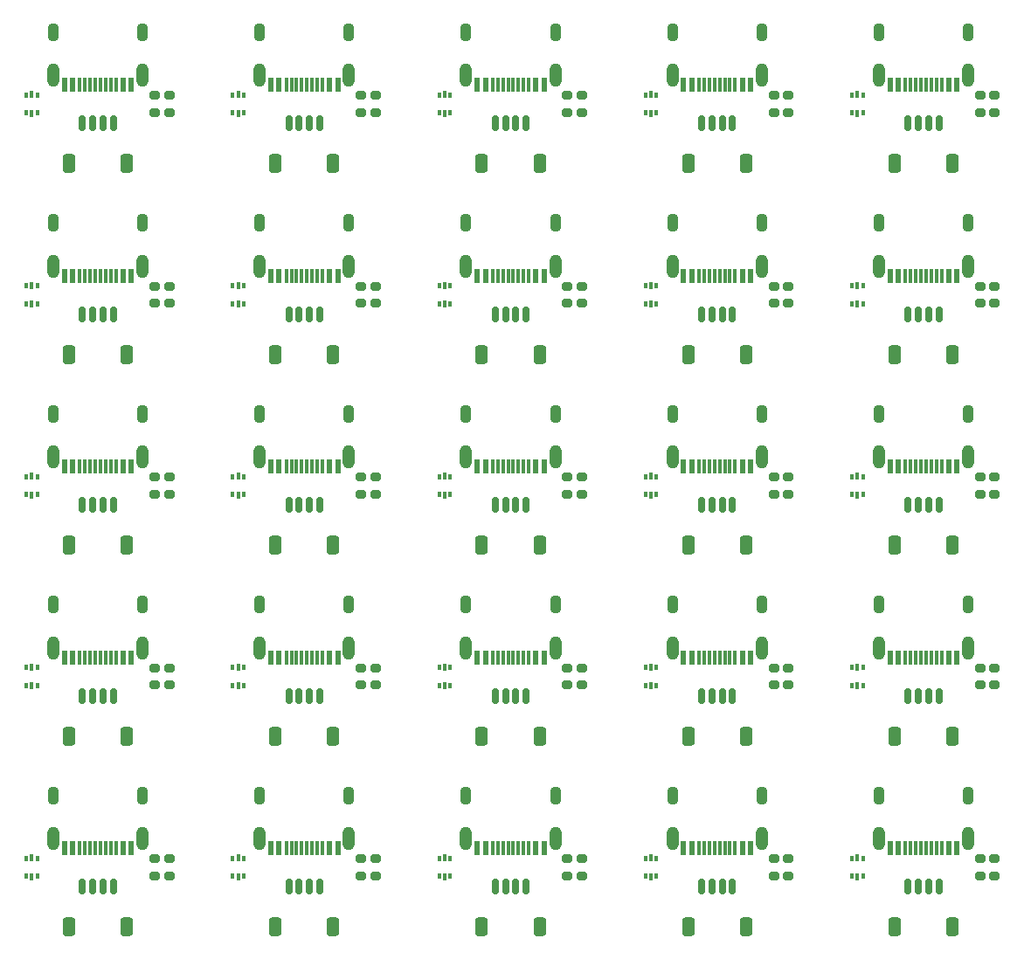
<source format=gtp>
%TF.GenerationSoftware,KiCad,Pcbnew,8.0.7*%
%TF.CreationDate,2025-01-05T21:54:17+08:00*%
%TF.ProjectId,u1-panelized,75312d70-616e-4656-9c69-7a65642e6b69,rev?*%
%TF.SameCoordinates,PX5836c38PY1312d00*%
%TF.FileFunction,Paste,Top*%
%TF.FilePolarity,Positive*%
%FSLAX46Y46*%
G04 Gerber Fmt 4.6, Leading zero omitted, Abs format (unit mm)*
G04 Created by KiCad (PCBNEW 8.0.7) date 2025-01-05 21:54:17*
%MOMM*%
%LPD*%
G01*
G04 APERTURE LIST*
G04 Aperture macros list*
%AMRoundRect*
0 Rectangle with rounded corners*
0 $1 Rounding radius*
0 $2 $3 $4 $5 $6 $7 $8 $9 X,Y pos of 4 corners*
0 Add a 4 corners polygon primitive as box body*
4,1,4,$2,$3,$4,$5,$6,$7,$8,$9,$2,$3,0*
0 Add four circle primitives for the rounded corners*
1,1,$1+$1,$2,$3*
1,1,$1+$1,$4,$5*
1,1,$1+$1,$6,$7*
1,1,$1+$1,$8,$9*
0 Add four rect primitives between the rounded corners*
20,1,$1+$1,$2,$3,$4,$5,0*
20,1,$1+$1,$4,$5,$6,$7,0*
20,1,$1+$1,$6,$7,$8,$9,0*
20,1,$1+$1,$8,$9,$2,$3,0*%
G04 Aperture macros list end*
%ADD10R,0.375000X0.500000*%
%ADD11R,0.300000X0.650000*%
%ADD12RoundRect,0.200000X0.275000X-0.200000X0.275000X0.200000X-0.275000X0.200000X-0.275000X-0.200000X0*%
%ADD13RoundRect,0.200000X-0.275000X0.200000X-0.275000X-0.200000X0.275000X-0.200000X0.275000X0.200000X0*%
%ADD14R,0.600000X1.450000*%
%ADD15R,0.300000X1.450000*%
%ADD16O,1.200000X2.300000*%
%ADD17O,1.100000X1.800000*%
%ADD18RoundRect,0.150000X-0.150000X-0.625000X0.150000X-0.625000X0.150000X0.625000X-0.150000X0.625000X0*%
%ADD19RoundRect,0.249999X-0.350001X-0.650001X0.350001X-0.650001X0.350001X0.650001X-0.350001X0.650001X0*%
G04 APERTURE END LIST*
D10*
%TO.C,U1*%
X50138500Y-8750000D03*
D11*
X49601000Y-8675000D03*
D10*
X49063500Y-8750000D03*
X49063500Y-10450000D03*
D11*
X49601000Y-10525000D03*
D10*
X50138500Y-10450000D03*
%TD*%
D12*
%TO.C,R2*%
X102901000Y-84425000D03*
X102901000Y-82775000D03*
%TD*%
D13*
%TO.C,R1*%
X61501000Y-82775000D03*
X61501000Y-84425000D03*
%TD*%
D14*
%TO.C,J1*%
X59251000Y-63245000D03*
X58451000Y-63245000D03*
D15*
X57251000Y-63245000D03*
X56251000Y-63245000D03*
X55751000Y-63245000D03*
X54751000Y-63245000D03*
D14*
X53551000Y-63245000D03*
X52751000Y-63245000D03*
X52751000Y-63245000D03*
X53551000Y-63245000D03*
D15*
X54251000Y-63245000D03*
X55251000Y-63245000D03*
X56751000Y-63245000D03*
X57751000Y-63245000D03*
D14*
X58451000Y-63245000D03*
X59251000Y-63245000D03*
D16*
X60321000Y-62330000D03*
D17*
X60321000Y-58150000D03*
D16*
X51681000Y-62330000D03*
D17*
X51681000Y-58150000D03*
%TD*%
D14*
%TO.C,J1*%
X59251000Y-26245000D03*
X58451000Y-26245000D03*
D15*
X57251000Y-26245000D03*
X56251000Y-26245000D03*
X55751000Y-26245000D03*
X54751000Y-26245000D03*
D14*
X53551000Y-26245000D03*
X52751000Y-26245000D03*
X52751000Y-26245000D03*
X53551000Y-26245000D03*
D15*
X54251000Y-26245000D03*
X55251000Y-26245000D03*
X56751000Y-26245000D03*
X57751000Y-26245000D03*
D14*
X58451000Y-26245000D03*
X59251000Y-26245000D03*
D16*
X60321000Y-25330000D03*
D17*
X60321000Y-21150000D03*
D16*
X51681000Y-25330000D03*
D17*
X51681000Y-21150000D03*
%TD*%
D10*
%TO.C,U1*%
X90138500Y-45750000D03*
D11*
X89601000Y-45675000D03*
D10*
X89063500Y-45750000D03*
X89063500Y-47450000D03*
D11*
X89601000Y-47525000D03*
D10*
X90138500Y-47450000D03*
%TD*%
D14*
%TO.C,J1*%
X39251000Y-44745000D03*
X38451000Y-44745000D03*
D15*
X37251000Y-44745000D03*
X36251000Y-44745000D03*
X35751000Y-44745000D03*
X34751000Y-44745000D03*
D14*
X33551000Y-44745000D03*
X32751000Y-44745000D03*
X32751000Y-44745000D03*
X33551000Y-44745000D03*
D15*
X34251000Y-44745000D03*
X35251000Y-44745000D03*
X36751000Y-44745000D03*
X37751000Y-44745000D03*
D14*
X38451000Y-44745000D03*
X39251000Y-44745000D03*
D16*
X40321000Y-43830000D03*
D17*
X40321000Y-39650000D03*
D16*
X31681000Y-43830000D03*
D17*
X31681000Y-39650000D03*
%TD*%
D13*
%TO.C,R1*%
X81501000Y-27275000D03*
X81501000Y-28925000D03*
%TD*%
D10*
%TO.C,U1*%
X70138500Y-45750000D03*
D11*
X69601000Y-45675000D03*
D10*
X69063500Y-45750000D03*
X69063500Y-47450000D03*
D11*
X69601000Y-47525000D03*
D10*
X70138500Y-47450000D03*
%TD*%
%TO.C,U1*%
X70138500Y-8750000D03*
D11*
X69601000Y-8675000D03*
D10*
X69063500Y-8750000D03*
X69063500Y-10450000D03*
D11*
X69601000Y-10525000D03*
D10*
X70138500Y-10450000D03*
%TD*%
D12*
%TO.C,R2*%
X82901000Y-65925000D03*
X82901000Y-64275000D03*
%TD*%
D14*
%TO.C,J1*%
X19251000Y-7745000D03*
X18451000Y-7745000D03*
D15*
X17251000Y-7745000D03*
X16251000Y-7745000D03*
X15751000Y-7745000D03*
X14751000Y-7745000D03*
D14*
X13551000Y-7745000D03*
X12751000Y-7745000D03*
X12751000Y-7745000D03*
X13551000Y-7745000D03*
D15*
X14251000Y-7745000D03*
X15251000Y-7745000D03*
X16751000Y-7745000D03*
X17751000Y-7745000D03*
D14*
X18451000Y-7745000D03*
X19251000Y-7745000D03*
D16*
X20321000Y-6830000D03*
D17*
X20321000Y-2650000D03*
D16*
X11681000Y-6830000D03*
D17*
X11681000Y-2650000D03*
%TD*%
D18*
%TO.C,J2*%
X34501000Y-85500000D03*
X35501000Y-85500000D03*
X36501000Y-85500000D03*
X37501000Y-85500000D03*
D19*
X33201000Y-89375000D03*
X38801000Y-89375000D03*
%TD*%
D10*
%TO.C,U1*%
X50138500Y-45750000D03*
D11*
X49601000Y-45675000D03*
D10*
X49063500Y-45750000D03*
X49063500Y-47450000D03*
D11*
X49601000Y-47525000D03*
D10*
X50138500Y-47450000D03*
%TD*%
D14*
%TO.C,J1*%
X79251000Y-44745000D03*
X78451000Y-44745000D03*
D15*
X77251000Y-44745000D03*
X76251000Y-44745000D03*
X75751000Y-44745000D03*
X74751000Y-44745000D03*
D14*
X73551000Y-44745000D03*
X72751000Y-44745000D03*
X72751000Y-44745000D03*
X73551000Y-44745000D03*
D15*
X74251000Y-44745000D03*
X75251000Y-44745000D03*
X76751000Y-44745000D03*
X77751000Y-44745000D03*
D14*
X78451000Y-44745000D03*
X79251000Y-44745000D03*
D16*
X80321000Y-43830000D03*
D17*
X80321000Y-39650000D03*
D16*
X71681000Y-43830000D03*
D17*
X71681000Y-39650000D03*
%TD*%
D18*
%TO.C,J2*%
X54501000Y-11500000D03*
X55501000Y-11500000D03*
X56501000Y-11500000D03*
X57501000Y-11500000D03*
D19*
X53201000Y-15375000D03*
X58801000Y-15375000D03*
%TD*%
D13*
%TO.C,R1*%
X61501000Y-27275000D03*
X61501000Y-28925000D03*
%TD*%
D18*
%TO.C,J2*%
X34501000Y-67000000D03*
X35501000Y-67000000D03*
X36501000Y-67000000D03*
X37501000Y-67000000D03*
D19*
X33201000Y-70875000D03*
X38801000Y-70875000D03*
%TD*%
D12*
%TO.C,R2*%
X102901000Y-65925000D03*
X102901000Y-64275000D03*
%TD*%
D10*
%TO.C,U1*%
X30138500Y-8750000D03*
D11*
X29601000Y-8675000D03*
D10*
X29063500Y-8750000D03*
X29063500Y-10450000D03*
D11*
X29601000Y-10525000D03*
D10*
X30138500Y-10450000D03*
%TD*%
D14*
%TO.C,J1*%
X99251000Y-81745000D03*
X98451000Y-81745000D03*
D15*
X97251000Y-81745000D03*
X96251000Y-81745000D03*
X95751000Y-81745000D03*
X94751000Y-81745000D03*
D14*
X93551000Y-81745000D03*
X92751000Y-81745000D03*
X92751000Y-81745000D03*
X93551000Y-81745000D03*
D15*
X94251000Y-81745000D03*
X95251000Y-81745000D03*
X96751000Y-81745000D03*
X97751000Y-81745000D03*
D14*
X98451000Y-81745000D03*
X99251000Y-81745000D03*
D16*
X100321000Y-80830000D03*
D17*
X100321000Y-76650000D03*
D16*
X91681000Y-80830000D03*
D17*
X91681000Y-76650000D03*
%TD*%
D13*
%TO.C,R1*%
X21501000Y-27275000D03*
X21501000Y-28925000D03*
%TD*%
D18*
%TO.C,J2*%
X14501000Y-48500000D03*
X15501000Y-48500000D03*
X16501000Y-48500000D03*
X17501000Y-48500000D03*
D19*
X13201000Y-52375000D03*
X18801000Y-52375000D03*
%TD*%
D18*
%TO.C,J2*%
X14501000Y-11500000D03*
X15501000Y-11500000D03*
X16501000Y-11500000D03*
X17501000Y-11500000D03*
D19*
X13201000Y-15375000D03*
X18801000Y-15375000D03*
%TD*%
D10*
%TO.C,U1*%
X10138500Y-45750000D03*
D11*
X9601000Y-45675000D03*
D10*
X9063500Y-45750000D03*
X9063500Y-47450000D03*
D11*
X9601000Y-47525000D03*
D10*
X10138500Y-47450000D03*
%TD*%
D12*
%TO.C,R2*%
X42901000Y-65925000D03*
X42901000Y-64275000D03*
%TD*%
%TO.C,R2*%
X22901000Y-47425000D03*
X22901000Y-45775000D03*
%TD*%
%TO.C,R2*%
X62901000Y-28925000D03*
X62901000Y-27275000D03*
%TD*%
D14*
%TO.C,J1*%
X59251000Y-81745000D03*
X58451000Y-81745000D03*
D15*
X57251000Y-81745000D03*
X56251000Y-81745000D03*
X55751000Y-81745000D03*
X54751000Y-81745000D03*
D14*
X53551000Y-81745000D03*
X52751000Y-81745000D03*
X52751000Y-81745000D03*
X53551000Y-81745000D03*
D15*
X54251000Y-81745000D03*
X55251000Y-81745000D03*
X56751000Y-81745000D03*
X57751000Y-81745000D03*
D14*
X58451000Y-81745000D03*
X59251000Y-81745000D03*
D16*
X60321000Y-80830000D03*
D17*
X60321000Y-76650000D03*
D16*
X51681000Y-80830000D03*
D17*
X51681000Y-76650000D03*
%TD*%
D18*
%TO.C,J2*%
X94501000Y-48500000D03*
X95501000Y-48500000D03*
X96501000Y-48500000D03*
X97501000Y-48500000D03*
D19*
X93201000Y-52375000D03*
X98801000Y-52375000D03*
%TD*%
D14*
%TO.C,J1*%
X99251000Y-7745000D03*
X98451000Y-7745000D03*
D15*
X97251000Y-7745000D03*
X96251000Y-7745000D03*
X95751000Y-7745000D03*
X94751000Y-7745000D03*
D14*
X93551000Y-7745000D03*
X92751000Y-7745000D03*
X92751000Y-7745000D03*
X93551000Y-7745000D03*
D15*
X94251000Y-7745000D03*
X95251000Y-7745000D03*
X96751000Y-7745000D03*
X97751000Y-7745000D03*
D14*
X98451000Y-7745000D03*
X99251000Y-7745000D03*
D16*
X100321000Y-6830000D03*
D17*
X100321000Y-2650000D03*
D16*
X91681000Y-6830000D03*
D17*
X91681000Y-2650000D03*
%TD*%
D13*
%TO.C,R1*%
X41501000Y-27275000D03*
X41501000Y-28925000D03*
%TD*%
D10*
%TO.C,U1*%
X10138500Y-64250000D03*
D11*
X9601000Y-64175000D03*
D10*
X9063500Y-64250000D03*
X9063500Y-65950000D03*
D11*
X9601000Y-66025000D03*
D10*
X10138500Y-65950000D03*
%TD*%
%TO.C,U1*%
X10138500Y-8750000D03*
D11*
X9601000Y-8675000D03*
D10*
X9063500Y-8750000D03*
X9063500Y-10450000D03*
D11*
X9601000Y-10525000D03*
D10*
X10138500Y-10450000D03*
%TD*%
D18*
%TO.C,J2*%
X34501000Y-11500000D03*
X35501000Y-11500000D03*
X36501000Y-11500000D03*
X37501000Y-11500000D03*
D19*
X33201000Y-15375000D03*
X38801000Y-15375000D03*
%TD*%
D18*
%TO.C,J2*%
X74501000Y-30000000D03*
X75501000Y-30000000D03*
X76501000Y-30000000D03*
X77501000Y-30000000D03*
D19*
X73201000Y-33875000D03*
X78801000Y-33875000D03*
%TD*%
D14*
%TO.C,J1*%
X39251000Y-26245000D03*
X38451000Y-26245000D03*
D15*
X37251000Y-26245000D03*
X36251000Y-26245000D03*
X35751000Y-26245000D03*
X34751000Y-26245000D03*
D14*
X33551000Y-26245000D03*
X32751000Y-26245000D03*
X32751000Y-26245000D03*
X33551000Y-26245000D03*
D15*
X34251000Y-26245000D03*
X35251000Y-26245000D03*
X36751000Y-26245000D03*
X37751000Y-26245000D03*
D14*
X38451000Y-26245000D03*
X39251000Y-26245000D03*
D16*
X40321000Y-25330000D03*
D17*
X40321000Y-21150000D03*
D16*
X31681000Y-25330000D03*
D17*
X31681000Y-21150000D03*
%TD*%
D14*
%TO.C,J1*%
X19251000Y-81745000D03*
X18451000Y-81745000D03*
D15*
X17251000Y-81745000D03*
X16251000Y-81745000D03*
X15751000Y-81745000D03*
X14751000Y-81745000D03*
D14*
X13551000Y-81745000D03*
X12751000Y-81745000D03*
X12751000Y-81745000D03*
X13551000Y-81745000D03*
D15*
X14251000Y-81745000D03*
X15251000Y-81745000D03*
X16751000Y-81745000D03*
X17751000Y-81745000D03*
D14*
X18451000Y-81745000D03*
X19251000Y-81745000D03*
D16*
X20321000Y-80830000D03*
D17*
X20321000Y-76650000D03*
D16*
X11681000Y-80830000D03*
D17*
X11681000Y-76650000D03*
%TD*%
D10*
%TO.C,U1*%
X10138500Y-82750000D03*
D11*
X9601000Y-82675000D03*
D10*
X9063500Y-82750000D03*
X9063500Y-84450000D03*
D11*
X9601000Y-84525000D03*
D10*
X10138500Y-84450000D03*
%TD*%
D12*
%TO.C,R2*%
X22901000Y-10425000D03*
X22901000Y-8775000D03*
%TD*%
D14*
%TO.C,J1*%
X59251000Y-44745000D03*
X58451000Y-44745000D03*
D15*
X57251000Y-44745000D03*
X56251000Y-44745000D03*
X55751000Y-44745000D03*
X54751000Y-44745000D03*
D14*
X53551000Y-44745000D03*
X52751000Y-44745000D03*
X52751000Y-44745000D03*
X53551000Y-44745000D03*
D15*
X54251000Y-44745000D03*
X55251000Y-44745000D03*
X56751000Y-44745000D03*
X57751000Y-44745000D03*
D14*
X58451000Y-44745000D03*
X59251000Y-44745000D03*
D16*
X60321000Y-43830000D03*
D17*
X60321000Y-39650000D03*
D16*
X51681000Y-43830000D03*
D17*
X51681000Y-39650000D03*
%TD*%
D10*
%TO.C,U1*%
X90138500Y-27250000D03*
D11*
X89601000Y-27175000D03*
D10*
X89063500Y-27250000D03*
X89063500Y-28950000D03*
D11*
X89601000Y-29025000D03*
D10*
X90138500Y-28950000D03*
%TD*%
D12*
%TO.C,R2*%
X62901000Y-10425000D03*
X62901000Y-8775000D03*
%TD*%
D18*
%TO.C,J2*%
X94501000Y-30000000D03*
X95501000Y-30000000D03*
X96501000Y-30000000D03*
X97501000Y-30000000D03*
D19*
X93201000Y-33875000D03*
X98801000Y-33875000D03*
%TD*%
D13*
%TO.C,R1*%
X101501000Y-27275000D03*
X101501000Y-28925000D03*
%TD*%
D10*
%TO.C,U1*%
X50138500Y-27250000D03*
D11*
X49601000Y-27175000D03*
D10*
X49063500Y-27250000D03*
X49063500Y-28950000D03*
D11*
X49601000Y-29025000D03*
D10*
X50138500Y-28950000D03*
%TD*%
D18*
%TO.C,J2*%
X74501000Y-48500000D03*
X75501000Y-48500000D03*
X76501000Y-48500000D03*
X77501000Y-48500000D03*
D19*
X73201000Y-52375000D03*
X78801000Y-52375000D03*
%TD*%
D10*
%TO.C,U1*%
X30138500Y-82750000D03*
D11*
X29601000Y-82675000D03*
D10*
X29063500Y-82750000D03*
X29063500Y-84450000D03*
D11*
X29601000Y-84525000D03*
D10*
X30138500Y-84450000D03*
%TD*%
D18*
%TO.C,J2*%
X54501000Y-85500000D03*
X55501000Y-85500000D03*
X56501000Y-85500000D03*
X57501000Y-85500000D03*
D19*
X53201000Y-89375000D03*
X58801000Y-89375000D03*
%TD*%
D10*
%TO.C,U1*%
X10138500Y-27250000D03*
D11*
X9601000Y-27175000D03*
D10*
X9063500Y-27250000D03*
X9063500Y-28950000D03*
D11*
X9601000Y-29025000D03*
D10*
X10138500Y-28950000D03*
%TD*%
D12*
%TO.C,R2*%
X82901000Y-84425000D03*
X82901000Y-82775000D03*
%TD*%
D10*
%TO.C,U1*%
X90138500Y-8750000D03*
D11*
X89601000Y-8675000D03*
D10*
X89063500Y-8750000D03*
X89063500Y-10450000D03*
D11*
X89601000Y-10525000D03*
D10*
X90138500Y-10450000D03*
%TD*%
D14*
%TO.C,J1*%
X19251000Y-44745000D03*
X18451000Y-44745000D03*
D15*
X17251000Y-44745000D03*
X16251000Y-44745000D03*
X15751000Y-44745000D03*
X14751000Y-44745000D03*
D14*
X13551000Y-44745000D03*
X12751000Y-44745000D03*
X12751000Y-44745000D03*
X13551000Y-44745000D03*
D15*
X14251000Y-44745000D03*
X15251000Y-44745000D03*
X16751000Y-44745000D03*
X17751000Y-44745000D03*
D14*
X18451000Y-44745000D03*
X19251000Y-44745000D03*
D16*
X20321000Y-43830000D03*
D17*
X20321000Y-39650000D03*
D16*
X11681000Y-43830000D03*
D17*
X11681000Y-39650000D03*
%TD*%
D14*
%TO.C,J1*%
X39251000Y-7745000D03*
X38451000Y-7745000D03*
D15*
X37251000Y-7745000D03*
X36251000Y-7745000D03*
X35751000Y-7745000D03*
X34751000Y-7745000D03*
D14*
X33551000Y-7745000D03*
X32751000Y-7745000D03*
X32751000Y-7745000D03*
X33551000Y-7745000D03*
D15*
X34251000Y-7745000D03*
X35251000Y-7745000D03*
X36751000Y-7745000D03*
X37751000Y-7745000D03*
D14*
X38451000Y-7745000D03*
X39251000Y-7745000D03*
D16*
X40321000Y-6830000D03*
D17*
X40321000Y-2650000D03*
D16*
X31681000Y-6830000D03*
D17*
X31681000Y-2650000D03*
%TD*%
D10*
%TO.C,U1*%
X30138500Y-64250000D03*
D11*
X29601000Y-64175000D03*
D10*
X29063500Y-64250000D03*
X29063500Y-65950000D03*
D11*
X29601000Y-66025000D03*
D10*
X30138500Y-65950000D03*
%TD*%
D13*
%TO.C,R1*%
X41501000Y-8775000D03*
X41501000Y-10425000D03*
%TD*%
D12*
%TO.C,R2*%
X22901000Y-65925000D03*
X22901000Y-64275000D03*
%TD*%
D14*
%TO.C,J1*%
X79251000Y-63245000D03*
X78451000Y-63245000D03*
D15*
X77251000Y-63245000D03*
X76251000Y-63245000D03*
X75751000Y-63245000D03*
X74751000Y-63245000D03*
D14*
X73551000Y-63245000D03*
X72751000Y-63245000D03*
X72751000Y-63245000D03*
X73551000Y-63245000D03*
D15*
X74251000Y-63245000D03*
X75251000Y-63245000D03*
X76751000Y-63245000D03*
X77751000Y-63245000D03*
D14*
X78451000Y-63245000D03*
X79251000Y-63245000D03*
D16*
X80321000Y-62330000D03*
D17*
X80321000Y-58150000D03*
D16*
X71681000Y-62330000D03*
D17*
X71681000Y-58150000D03*
%TD*%
D12*
%TO.C,R2*%
X62901000Y-47425000D03*
X62901000Y-45775000D03*
%TD*%
%TO.C,R2*%
X22901000Y-28925000D03*
X22901000Y-27275000D03*
%TD*%
D18*
%TO.C,J2*%
X54501000Y-67000000D03*
X55501000Y-67000000D03*
X56501000Y-67000000D03*
X57501000Y-67000000D03*
D19*
X53201000Y-70875000D03*
X58801000Y-70875000D03*
%TD*%
D10*
%TO.C,U1*%
X70138500Y-27250000D03*
D11*
X69601000Y-27175000D03*
D10*
X69063500Y-27250000D03*
X69063500Y-28950000D03*
D11*
X69601000Y-29025000D03*
D10*
X70138500Y-28950000D03*
%TD*%
D12*
%TO.C,R2*%
X42901000Y-28925000D03*
X42901000Y-27275000D03*
%TD*%
D13*
%TO.C,R1*%
X81501000Y-45775000D03*
X81501000Y-47425000D03*
%TD*%
%TO.C,R1*%
X101501000Y-45775000D03*
X101501000Y-47425000D03*
%TD*%
D12*
%TO.C,R2*%
X102901000Y-47425000D03*
X102901000Y-45775000D03*
%TD*%
D18*
%TO.C,J2*%
X34501000Y-48500000D03*
X35501000Y-48500000D03*
X36501000Y-48500000D03*
X37501000Y-48500000D03*
D19*
X33201000Y-52375000D03*
X38801000Y-52375000D03*
%TD*%
D18*
%TO.C,J2*%
X14501000Y-30000000D03*
X15501000Y-30000000D03*
X16501000Y-30000000D03*
X17501000Y-30000000D03*
D19*
X13201000Y-33875000D03*
X18801000Y-33875000D03*
%TD*%
D10*
%TO.C,U1*%
X50138500Y-82750000D03*
D11*
X49601000Y-82675000D03*
D10*
X49063500Y-82750000D03*
X49063500Y-84450000D03*
D11*
X49601000Y-84525000D03*
D10*
X50138500Y-84450000D03*
%TD*%
D18*
%TO.C,J2*%
X34501000Y-30000000D03*
X35501000Y-30000000D03*
X36501000Y-30000000D03*
X37501000Y-30000000D03*
D19*
X33201000Y-33875000D03*
X38801000Y-33875000D03*
%TD*%
D18*
%TO.C,J2*%
X74501000Y-11500000D03*
X75501000Y-11500000D03*
X76501000Y-11500000D03*
X77501000Y-11500000D03*
D19*
X73201000Y-15375000D03*
X78801000Y-15375000D03*
%TD*%
D18*
%TO.C,J2*%
X74501000Y-67000000D03*
X75501000Y-67000000D03*
X76501000Y-67000000D03*
X77501000Y-67000000D03*
D19*
X73201000Y-70875000D03*
X78801000Y-70875000D03*
%TD*%
D12*
%TO.C,R2*%
X62901000Y-65925000D03*
X62901000Y-64275000D03*
%TD*%
%TO.C,R2*%
X42901000Y-47425000D03*
X42901000Y-45775000D03*
%TD*%
D13*
%TO.C,R1*%
X21501000Y-82775000D03*
X21501000Y-84425000D03*
%TD*%
D10*
%TO.C,U1*%
X30138500Y-27250000D03*
D11*
X29601000Y-27175000D03*
D10*
X29063500Y-27250000D03*
X29063500Y-28950000D03*
D11*
X29601000Y-29025000D03*
D10*
X30138500Y-28950000D03*
%TD*%
D14*
%TO.C,J1*%
X79251000Y-81745000D03*
X78451000Y-81745000D03*
D15*
X77251000Y-81745000D03*
X76251000Y-81745000D03*
X75751000Y-81745000D03*
X74751000Y-81745000D03*
D14*
X73551000Y-81745000D03*
X72751000Y-81745000D03*
X72751000Y-81745000D03*
X73551000Y-81745000D03*
D15*
X74251000Y-81745000D03*
X75251000Y-81745000D03*
X76751000Y-81745000D03*
X77751000Y-81745000D03*
D14*
X78451000Y-81745000D03*
X79251000Y-81745000D03*
D16*
X80321000Y-80830000D03*
D17*
X80321000Y-76650000D03*
D16*
X71681000Y-80830000D03*
D17*
X71681000Y-76650000D03*
%TD*%
D13*
%TO.C,R1*%
X61501000Y-64275000D03*
X61501000Y-65925000D03*
%TD*%
D10*
%TO.C,U1*%
X50138500Y-64250000D03*
D11*
X49601000Y-64175000D03*
D10*
X49063500Y-64250000D03*
X49063500Y-65950000D03*
D11*
X49601000Y-66025000D03*
D10*
X50138500Y-65950000D03*
%TD*%
D14*
%TO.C,J1*%
X79251000Y-7745000D03*
X78451000Y-7745000D03*
D15*
X77251000Y-7745000D03*
X76251000Y-7745000D03*
X75751000Y-7745000D03*
X74751000Y-7745000D03*
D14*
X73551000Y-7745000D03*
X72751000Y-7745000D03*
X72751000Y-7745000D03*
X73551000Y-7745000D03*
D15*
X74251000Y-7745000D03*
X75251000Y-7745000D03*
X76751000Y-7745000D03*
X77751000Y-7745000D03*
D14*
X78451000Y-7745000D03*
X79251000Y-7745000D03*
D16*
X80321000Y-6830000D03*
D17*
X80321000Y-2650000D03*
D16*
X71681000Y-6830000D03*
D17*
X71681000Y-2650000D03*
%TD*%
D18*
%TO.C,J2*%
X94501000Y-67000000D03*
X95501000Y-67000000D03*
X96501000Y-67000000D03*
X97501000Y-67000000D03*
D19*
X93201000Y-70875000D03*
X98801000Y-70875000D03*
%TD*%
D13*
%TO.C,R1*%
X81501000Y-8775000D03*
X81501000Y-10425000D03*
%TD*%
D14*
%TO.C,J1*%
X39251000Y-63245000D03*
X38451000Y-63245000D03*
D15*
X37251000Y-63245000D03*
X36251000Y-63245000D03*
X35751000Y-63245000D03*
X34751000Y-63245000D03*
D14*
X33551000Y-63245000D03*
X32751000Y-63245000D03*
X32751000Y-63245000D03*
X33551000Y-63245000D03*
D15*
X34251000Y-63245000D03*
X35251000Y-63245000D03*
X36751000Y-63245000D03*
X37751000Y-63245000D03*
D14*
X38451000Y-63245000D03*
X39251000Y-63245000D03*
D16*
X40321000Y-62330000D03*
D17*
X40321000Y-58150000D03*
D16*
X31681000Y-62330000D03*
D17*
X31681000Y-58150000D03*
%TD*%
D13*
%TO.C,R1*%
X21501000Y-45775000D03*
X21501000Y-47425000D03*
%TD*%
D18*
%TO.C,J2*%
X94501000Y-11500000D03*
X95501000Y-11500000D03*
X96501000Y-11500000D03*
X97501000Y-11500000D03*
D19*
X93201000Y-15375000D03*
X98801000Y-15375000D03*
%TD*%
D13*
%TO.C,R1*%
X81501000Y-64275000D03*
X81501000Y-65925000D03*
%TD*%
D12*
%TO.C,R2*%
X82901000Y-10425000D03*
X82901000Y-8775000D03*
%TD*%
%TO.C,R2*%
X42901000Y-10425000D03*
X42901000Y-8775000D03*
%TD*%
%TO.C,R2*%
X82901000Y-47425000D03*
X82901000Y-45775000D03*
%TD*%
D13*
%TO.C,R1*%
X21501000Y-8775000D03*
X21501000Y-10425000D03*
%TD*%
D12*
%TO.C,R2*%
X102901000Y-28925000D03*
X102901000Y-27275000D03*
%TD*%
D18*
%TO.C,J2*%
X94501000Y-85500000D03*
X95501000Y-85500000D03*
X96501000Y-85500000D03*
X97501000Y-85500000D03*
D19*
X93201000Y-89375000D03*
X98801000Y-89375000D03*
%TD*%
D13*
%TO.C,R1*%
X61501000Y-8775000D03*
X61501000Y-10425000D03*
%TD*%
%TO.C,R1*%
X81501000Y-82775000D03*
X81501000Y-84425000D03*
%TD*%
%TO.C,R1*%
X101501000Y-82775000D03*
X101501000Y-84425000D03*
%TD*%
D12*
%TO.C,R2*%
X82901000Y-28925000D03*
X82901000Y-27275000D03*
%TD*%
D10*
%TO.C,U1*%
X70138500Y-64250000D03*
D11*
X69601000Y-64175000D03*
D10*
X69063500Y-64250000D03*
X69063500Y-65950000D03*
D11*
X69601000Y-66025000D03*
D10*
X70138500Y-65950000D03*
%TD*%
D18*
%TO.C,J2*%
X14501000Y-85500000D03*
X15501000Y-85500000D03*
X16501000Y-85500000D03*
X17501000Y-85500000D03*
D19*
X13201000Y-89375000D03*
X18801000Y-89375000D03*
%TD*%
D13*
%TO.C,R1*%
X61501000Y-45775000D03*
X61501000Y-47425000D03*
%TD*%
D18*
%TO.C,J2*%
X74501000Y-85500000D03*
X75501000Y-85500000D03*
X76501000Y-85500000D03*
X77501000Y-85500000D03*
D19*
X73201000Y-89375000D03*
X78801000Y-89375000D03*
%TD*%
D14*
%TO.C,J1*%
X19251000Y-26245000D03*
X18451000Y-26245000D03*
D15*
X17251000Y-26245000D03*
X16251000Y-26245000D03*
X15751000Y-26245000D03*
X14751000Y-26245000D03*
D14*
X13551000Y-26245000D03*
X12751000Y-26245000D03*
X12751000Y-26245000D03*
X13551000Y-26245000D03*
D15*
X14251000Y-26245000D03*
X15251000Y-26245000D03*
X16751000Y-26245000D03*
X17751000Y-26245000D03*
D14*
X18451000Y-26245000D03*
X19251000Y-26245000D03*
D16*
X20321000Y-25330000D03*
D17*
X20321000Y-21150000D03*
D16*
X11681000Y-25330000D03*
D17*
X11681000Y-21150000D03*
%TD*%
D13*
%TO.C,R1*%
X21501000Y-64275000D03*
X21501000Y-65925000D03*
%TD*%
%TO.C,R1*%
X41501000Y-45775000D03*
X41501000Y-47425000D03*
%TD*%
D18*
%TO.C,J2*%
X14501000Y-67000000D03*
X15501000Y-67000000D03*
X16501000Y-67000000D03*
X17501000Y-67000000D03*
D19*
X13201000Y-70875000D03*
X18801000Y-70875000D03*
%TD*%
D10*
%TO.C,U1*%
X90138500Y-82750000D03*
D11*
X89601000Y-82675000D03*
D10*
X89063500Y-82750000D03*
X89063500Y-84450000D03*
D11*
X89601000Y-84525000D03*
D10*
X90138500Y-84450000D03*
%TD*%
D18*
%TO.C,J2*%
X54501000Y-48500000D03*
X55501000Y-48500000D03*
X56501000Y-48500000D03*
X57501000Y-48500000D03*
D19*
X53201000Y-52375000D03*
X58801000Y-52375000D03*
%TD*%
D12*
%TO.C,R2*%
X62901000Y-84425000D03*
X62901000Y-82775000D03*
%TD*%
D14*
%TO.C,J1*%
X39251000Y-81745000D03*
X38451000Y-81745000D03*
D15*
X37251000Y-81745000D03*
X36251000Y-81745000D03*
X35751000Y-81745000D03*
X34751000Y-81745000D03*
D14*
X33551000Y-81745000D03*
X32751000Y-81745000D03*
X32751000Y-81745000D03*
X33551000Y-81745000D03*
D15*
X34251000Y-81745000D03*
X35251000Y-81745000D03*
X36751000Y-81745000D03*
X37751000Y-81745000D03*
D14*
X38451000Y-81745000D03*
X39251000Y-81745000D03*
D16*
X40321000Y-80830000D03*
D17*
X40321000Y-76650000D03*
D16*
X31681000Y-80830000D03*
D17*
X31681000Y-76650000D03*
%TD*%
D14*
%TO.C,J1*%
X59251000Y-7745000D03*
X58451000Y-7745000D03*
D15*
X57251000Y-7745000D03*
X56251000Y-7745000D03*
X55751000Y-7745000D03*
X54751000Y-7745000D03*
D14*
X53551000Y-7745000D03*
X52751000Y-7745000D03*
X52751000Y-7745000D03*
X53551000Y-7745000D03*
D15*
X54251000Y-7745000D03*
X55251000Y-7745000D03*
X56751000Y-7745000D03*
X57751000Y-7745000D03*
D14*
X58451000Y-7745000D03*
X59251000Y-7745000D03*
D16*
X60321000Y-6830000D03*
D17*
X60321000Y-2650000D03*
D16*
X51681000Y-6830000D03*
D17*
X51681000Y-2650000D03*
%TD*%
D12*
%TO.C,R2*%
X42901000Y-84425000D03*
X42901000Y-82775000D03*
%TD*%
D13*
%TO.C,R1*%
X41501000Y-64275000D03*
X41501000Y-65925000D03*
%TD*%
D10*
%TO.C,U1*%
X90138500Y-64250000D03*
D11*
X89601000Y-64175000D03*
D10*
X89063500Y-64250000D03*
X89063500Y-65950000D03*
D11*
X89601000Y-66025000D03*
D10*
X90138500Y-65950000D03*
%TD*%
D13*
%TO.C,R1*%
X101501000Y-8775000D03*
X101501000Y-10425000D03*
%TD*%
D12*
%TO.C,R2*%
X102901000Y-10425000D03*
X102901000Y-8775000D03*
%TD*%
D14*
%TO.C,J1*%
X99251000Y-63245000D03*
X98451000Y-63245000D03*
D15*
X97251000Y-63245000D03*
X96251000Y-63245000D03*
X95751000Y-63245000D03*
X94751000Y-63245000D03*
D14*
X93551000Y-63245000D03*
X92751000Y-63245000D03*
X92751000Y-63245000D03*
X93551000Y-63245000D03*
D15*
X94251000Y-63245000D03*
X95251000Y-63245000D03*
X96751000Y-63245000D03*
X97751000Y-63245000D03*
D14*
X98451000Y-63245000D03*
X99251000Y-63245000D03*
D16*
X100321000Y-62330000D03*
D17*
X100321000Y-58150000D03*
D16*
X91681000Y-62330000D03*
D17*
X91681000Y-58150000D03*
%TD*%
D12*
%TO.C,R2*%
X22901000Y-84425000D03*
X22901000Y-82775000D03*
%TD*%
D18*
%TO.C,J2*%
X54501000Y-30000000D03*
X55501000Y-30000000D03*
X56501000Y-30000000D03*
X57501000Y-30000000D03*
D19*
X53201000Y-33875000D03*
X58801000Y-33875000D03*
%TD*%
D13*
%TO.C,R1*%
X41501000Y-82775000D03*
X41501000Y-84425000D03*
%TD*%
D10*
%TO.C,U1*%
X30138500Y-45750000D03*
D11*
X29601000Y-45675000D03*
D10*
X29063500Y-45750000D03*
X29063500Y-47450000D03*
D11*
X29601000Y-47525000D03*
D10*
X30138500Y-47450000D03*
%TD*%
D14*
%TO.C,J1*%
X79251000Y-26245000D03*
X78451000Y-26245000D03*
D15*
X77251000Y-26245000D03*
X76251000Y-26245000D03*
X75751000Y-26245000D03*
X74751000Y-26245000D03*
D14*
X73551000Y-26245000D03*
X72751000Y-26245000D03*
X72751000Y-26245000D03*
X73551000Y-26245000D03*
D15*
X74251000Y-26245000D03*
X75251000Y-26245000D03*
X76751000Y-26245000D03*
X77751000Y-26245000D03*
D14*
X78451000Y-26245000D03*
X79251000Y-26245000D03*
D16*
X80321000Y-25330000D03*
D17*
X80321000Y-21150000D03*
D16*
X71681000Y-25330000D03*
D17*
X71681000Y-21150000D03*
%TD*%
D10*
%TO.C,U1*%
X70138500Y-82750000D03*
D11*
X69601000Y-82675000D03*
D10*
X69063500Y-82750000D03*
X69063500Y-84450000D03*
D11*
X69601000Y-84525000D03*
D10*
X70138500Y-84450000D03*
%TD*%
D14*
%TO.C,J1*%
X99251000Y-26245000D03*
X98451000Y-26245000D03*
D15*
X97251000Y-26245000D03*
X96251000Y-26245000D03*
X95751000Y-26245000D03*
X94751000Y-26245000D03*
D14*
X93551000Y-26245000D03*
X92751000Y-26245000D03*
X92751000Y-26245000D03*
X93551000Y-26245000D03*
D15*
X94251000Y-26245000D03*
X95251000Y-26245000D03*
X96751000Y-26245000D03*
X97751000Y-26245000D03*
D14*
X98451000Y-26245000D03*
X99251000Y-26245000D03*
D16*
X100321000Y-25330000D03*
D17*
X100321000Y-21150000D03*
D16*
X91681000Y-25330000D03*
D17*
X91681000Y-21150000D03*
%TD*%
D14*
%TO.C,J1*%
X19251000Y-63245000D03*
X18451000Y-63245000D03*
D15*
X17251000Y-63245000D03*
X16251000Y-63245000D03*
X15751000Y-63245000D03*
X14751000Y-63245000D03*
D14*
X13551000Y-63245000D03*
X12751000Y-63245000D03*
X12751000Y-63245000D03*
X13551000Y-63245000D03*
D15*
X14251000Y-63245000D03*
X15251000Y-63245000D03*
X16751000Y-63245000D03*
X17751000Y-63245000D03*
D14*
X18451000Y-63245000D03*
X19251000Y-63245000D03*
D16*
X20321000Y-62330000D03*
D17*
X20321000Y-58150000D03*
D16*
X11681000Y-62330000D03*
D17*
X11681000Y-58150000D03*
%TD*%
D14*
%TO.C,J1*%
X99251000Y-44745000D03*
X98451000Y-44745000D03*
D15*
X97251000Y-44745000D03*
X96251000Y-44745000D03*
X95751000Y-44745000D03*
X94751000Y-44745000D03*
D14*
X93551000Y-44745000D03*
X92751000Y-44745000D03*
X92751000Y-44745000D03*
X93551000Y-44745000D03*
D15*
X94251000Y-44745000D03*
X95251000Y-44745000D03*
X96751000Y-44745000D03*
X97751000Y-44745000D03*
D14*
X98451000Y-44745000D03*
X99251000Y-44745000D03*
D16*
X100321000Y-43830000D03*
D17*
X100321000Y-39650000D03*
D16*
X91681000Y-43830000D03*
D17*
X91681000Y-39650000D03*
%TD*%
D13*
%TO.C,R1*%
X101501000Y-64275000D03*
X101501000Y-65925000D03*
%TD*%
M02*

</source>
